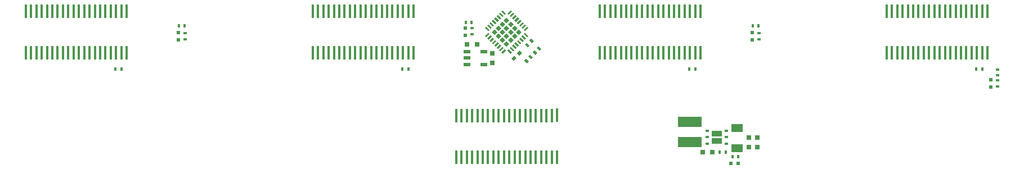
<source format=gtp>
G04 #@! TF.FileFunction,Paste,Top*
%FSLAX46Y46*%
G04 Gerber Fmt 4.6, Leading zero omitted, Abs format (unit mm)*
G04 Created by KiCad (PCBNEW 4.0.7) date 07/13/18 19:56:19*
%MOMM*%
%LPD*%
G01*
G04 APERTURE LIST*
%ADD10C,0.100000*%
%ADD11R,0.400000X2.100000*%
%ADD12R,0.500000X0.600000*%
%ADD13R,0.800000X0.750000*%
%ADD14R,0.600000X0.500000*%
%ADD15R,0.750000X0.800000*%
%ADD16R,1.800000X1.300000*%
%ADD17R,3.600000X1.500000*%
%ADD18R,0.400000X0.600000*%
%ADD19R,0.600000X0.400000*%
%ADD20R,1.500000X0.900000*%
%ADD21R,0.600000X0.350000*%
%ADD22R,1.100000X0.600000*%
G04 APERTURE END LIST*
D10*
G36*
X152649537Y-93842673D02*
X153144511Y-94337647D01*
X152946521Y-94535637D01*
X152451547Y-94040663D01*
X152649537Y-93842673D01*
X152649537Y-93842673D01*
G37*
G36*
X152295983Y-94196226D02*
X152790957Y-94691200D01*
X152592967Y-94889190D01*
X152097993Y-94394216D01*
X152295983Y-94196226D01*
X152295983Y-94196226D01*
G37*
G36*
X151942430Y-94549780D02*
X152437404Y-95044754D01*
X152239414Y-95242744D01*
X151744440Y-94747770D01*
X151942430Y-94549780D01*
X151942430Y-94549780D01*
G37*
G36*
X151588877Y-94903333D02*
X152083851Y-95398307D01*
X151885861Y-95596297D01*
X151390887Y-95101323D01*
X151588877Y-94903333D01*
X151588877Y-94903333D01*
G37*
G36*
X151235323Y-95256887D02*
X151730297Y-95751861D01*
X151532307Y-95949851D01*
X151037333Y-95454877D01*
X151235323Y-95256887D01*
X151235323Y-95256887D01*
G37*
G36*
X150881770Y-95610440D02*
X151376744Y-96105414D01*
X151178754Y-96303404D01*
X150683780Y-95808430D01*
X150881770Y-95610440D01*
X150881770Y-95610440D01*
G37*
G36*
X150528216Y-95963993D02*
X151023190Y-96458967D01*
X150825200Y-96656957D01*
X150330226Y-96161983D01*
X150528216Y-95963993D01*
X150528216Y-95963993D01*
G37*
G36*
X150174663Y-96317547D02*
X150669637Y-96812521D01*
X150471647Y-97010511D01*
X149976673Y-96515537D01*
X150174663Y-96317547D01*
X150174663Y-96317547D01*
G37*
G36*
X146773479Y-92916363D02*
X147268453Y-93411337D01*
X147070463Y-93609327D01*
X146575489Y-93114353D01*
X146773479Y-92916363D01*
X146773479Y-92916363D01*
G37*
G36*
X147127033Y-92562810D02*
X147622007Y-93057784D01*
X147424017Y-93255774D01*
X146929043Y-92760800D01*
X147127033Y-92562810D01*
X147127033Y-92562810D01*
G37*
G36*
X147480586Y-92209256D02*
X147975560Y-92704230D01*
X147777570Y-92902220D01*
X147282596Y-92407246D01*
X147480586Y-92209256D01*
X147480586Y-92209256D01*
G37*
G36*
X147834139Y-91855703D02*
X148329113Y-92350677D01*
X148131123Y-92548667D01*
X147636149Y-92053693D01*
X147834139Y-91855703D01*
X147834139Y-91855703D01*
G37*
G36*
X148187693Y-91502149D02*
X148682667Y-91997123D01*
X148484677Y-92195113D01*
X147989703Y-91700139D01*
X148187693Y-91502149D01*
X148187693Y-91502149D01*
G37*
G36*
X148541246Y-91148596D02*
X149036220Y-91643570D01*
X148838230Y-91841560D01*
X148343256Y-91346586D01*
X148541246Y-91148596D01*
X148541246Y-91148596D01*
G37*
G36*
X148894800Y-90795043D02*
X149389774Y-91290017D01*
X149191784Y-91488007D01*
X148696810Y-90993033D01*
X148894800Y-90795043D01*
X148894800Y-90795043D01*
G37*
G36*
X149743327Y-96515537D02*
X149248353Y-97010511D01*
X149050363Y-96812521D01*
X149545337Y-96317547D01*
X149743327Y-96515537D01*
X149743327Y-96515537D01*
G37*
G36*
X149389774Y-96161983D02*
X148894800Y-96656957D01*
X148696810Y-96458967D01*
X149191784Y-95963993D01*
X149389774Y-96161983D01*
X149389774Y-96161983D01*
G37*
G36*
X149036220Y-95808430D02*
X148541246Y-96303404D01*
X148343256Y-96105414D01*
X148838230Y-95610440D01*
X149036220Y-95808430D01*
X149036220Y-95808430D01*
G37*
G36*
X148682667Y-95454877D02*
X148187693Y-95949851D01*
X147989703Y-95751861D01*
X148484677Y-95256887D01*
X148682667Y-95454877D01*
X148682667Y-95454877D01*
G37*
G36*
X148329113Y-95101323D02*
X147834139Y-95596297D01*
X147636149Y-95398307D01*
X148131123Y-94903333D01*
X148329113Y-95101323D01*
X148329113Y-95101323D01*
G37*
G36*
X147975560Y-94747770D02*
X147480586Y-95242744D01*
X147282596Y-95044754D01*
X147777570Y-94549780D01*
X147975560Y-94747770D01*
X147975560Y-94747770D01*
G37*
G36*
X147622007Y-94394216D02*
X147127033Y-94889190D01*
X146929043Y-94691200D01*
X147424017Y-94196226D01*
X147622007Y-94394216D01*
X147622007Y-94394216D01*
G37*
G36*
X147268453Y-94040663D02*
X146773479Y-94535637D01*
X146575489Y-94337647D01*
X147070463Y-93842673D01*
X147268453Y-94040663D01*
X147268453Y-94040663D01*
G37*
G36*
X150669637Y-90639479D02*
X150174663Y-91134453D01*
X149976673Y-90936463D01*
X150471647Y-90441489D01*
X150669637Y-90639479D01*
X150669637Y-90639479D01*
G37*
G36*
X151023190Y-90993033D02*
X150528216Y-91488007D01*
X150330226Y-91290017D01*
X150825200Y-90795043D01*
X151023190Y-90993033D01*
X151023190Y-90993033D01*
G37*
G36*
X151376744Y-91346586D02*
X150881770Y-91841560D01*
X150683780Y-91643570D01*
X151178754Y-91148596D01*
X151376744Y-91346586D01*
X151376744Y-91346586D01*
G37*
G36*
X151730297Y-91700139D02*
X151235323Y-92195113D01*
X151037333Y-91997123D01*
X151532307Y-91502149D01*
X151730297Y-91700139D01*
X151730297Y-91700139D01*
G37*
G36*
X152083851Y-92053693D02*
X151588877Y-92548667D01*
X151390887Y-92350677D01*
X151885861Y-91855703D01*
X152083851Y-92053693D01*
X152083851Y-92053693D01*
G37*
G36*
X152437404Y-92407246D02*
X151942430Y-92902220D01*
X151744440Y-92704230D01*
X152239414Y-92209256D01*
X152437404Y-92407246D01*
X152437404Y-92407246D01*
G37*
G36*
X152790957Y-92760800D02*
X152295983Y-93255774D01*
X152097993Y-93057784D01*
X152592967Y-92562810D01*
X152790957Y-92760800D01*
X152790957Y-92760800D01*
G37*
G36*
X153144511Y-93114353D02*
X152649537Y-93609327D01*
X152451547Y-93411337D01*
X152946521Y-92916363D01*
X153144511Y-93114353D01*
X153144511Y-93114353D01*
G37*
G36*
X149248353Y-90441489D02*
X149743327Y-90936463D01*
X149545337Y-91134453D01*
X149050363Y-90639479D01*
X149248353Y-90441489D01*
X149248353Y-90441489D01*
G37*
G36*
X150284264Y-95536193D02*
X149860000Y-95960457D01*
X149435736Y-95536193D01*
X149860000Y-95111929D01*
X150284264Y-95536193D01*
X150284264Y-95536193D01*
G37*
G36*
X149683223Y-94935153D02*
X149258959Y-95359417D01*
X148834695Y-94935153D01*
X149258959Y-94510889D01*
X149683223Y-94935153D01*
X149683223Y-94935153D01*
G37*
G36*
X149082182Y-94334112D02*
X148657918Y-94758376D01*
X148233654Y-94334112D01*
X148657918Y-93909848D01*
X149082182Y-94334112D01*
X149082182Y-94334112D01*
G37*
G36*
X148481142Y-93733071D02*
X148056878Y-94157335D01*
X147632614Y-93733071D01*
X148056878Y-93308807D01*
X148481142Y-93733071D01*
X148481142Y-93733071D01*
G37*
G36*
X150885305Y-94935153D02*
X150461041Y-95359417D01*
X150036777Y-94935153D01*
X150461041Y-94510889D01*
X150885305Y-94935153D01*
X150885305Y-94935153D01*
G37*
G36*
X150284264Y-94334112D02*
X149860000Y-94758376D01*
X149435736Y-94334112D01*
X149860000Y-93909848D01*
X150284264Y-94334112D01*
X150284264Y-94334112D01*
G37*
G36*
X149683223Y-93733071D02*
X149258959Y-94157335D01*
X148834695Y-93733071D01*
X149258959Y-93308807D01*
X149683223Y-93733071D01*
X149683223Y-93733071D01*
G37*
G36*
X149082182Y-93132030D02*
X148657918Y-93556294D01*
X148233654Y-93132030D01*
X148657918Y-92707766D01*
X149082182Y-93132030D01*
X149082182Y-93132030D01*
G37*
G36*
X151486346Y-94334112D02*
X151062082Y-94758376D01*
X150637818Y-94334112D01*
X151062082Y-93909848D01*
X151486346Y-94334112D01*
X151486346Y-94334112D01*
G37*
G36*
X150885305Y-93733071D02*
X150461041Y-94157335D01*
X150036777Y-93733071D01*
X150461041Y-93308807D01*
X150885305Y-93733071D01*
X150885305Y-93733071D01*
G37*
G36*
X150284264Y-93132030D02*
X149860000Y-93556294D01*
X149435736Y-93132030D01*
X149860000Y-92707766D01*
X150284264Y-93132030D01*
X150284264Y-93132030D01*
G37*
G36*
X149683223Y-92530990D02*
X149258959Y-92955254D01*
X148834695Y-92530990D01*
X149258959Y-92106726D01*
X149683223Y-92530990D01*
X149683223Y-92530990D01*
G37*
G36*
X152087386Y-93733071D02*
X151663122Y-94157335D01*
X151238858Y-93733071D01*
X151663122Y-93308807D01*
X152087386Y-93733071D01*
X152087386Y-93733071D01*
G37*
G36*
X151486346Y-93132030D02*
X151062082Y-93556294D01*
X150637818Y-93132030D01*
X151062082Y-92707766D01*
X151486346Y-93132030D01*
X151486346Y-93132030D01*
G37*
G36*
X150885305Y-92530990D02*
X150461041Y-92955254D01*
X150036777Y-92530990D01*
X150461041Y-92106726D01*
X150885305Y-92530990D01*
X150885305Y-92530990D01*
G37*
G36*
X150284264Y-91929949D02*
X149860000Y-92354213D01*
X149435736Y-91929949D01*
X149860000Y-91505685D01*
X150284264Y-91929949D01*
X150284264Y-91929949D01*
G37*
D11*
X142260000Y-112628000D03*
X157460000Y-106303000D03*
X156660000Y-106328000D03*
X155860000Y-106328000D03*
X155060000Y-106328000D03*
X154260000Y-106328000D03*
X153460000Y-106328000D03*
X152660000Y-106328000D03*
X151860000Y-106328000D03*
X151060000Y-106328000D03*
X150260000Y-106328000D03*
X149460000Y-106328000D03*
X148660000Y-106328000D03*
X147860000Y-106328000D03*
X147060000Y-106328000D03*
X146260000Y-106328000D03*
X145460000Y-106328000D03*
X144660000Y-106328000D03*
X143860000Y-106328000D03*
X143060000Y-106328000D03*
X142260000Y-106328000D03*
X143060000Y-112628000D03*
X143860000Y-112628000D03*
X144660000Y-112628000D03*
X145460000Y-112628000D03*
X146260000Y-112628000D03*
X147060000Y-112628000D03*
X147860000Y-112628000D03*
X148660000Y-112628000D03*
X149460000Y-112628000D03*
X150260000Y-112628000D03*
X151060000Y-112628000D03*
X151860000Y-112628000D03*
X152660000Y-112628000D03*
X153460000Y-112628000D03*
X154260000Y-112628000D03*
X155060000Y-112628000D03*
X155860000Y-112628000D03*
X156660000Y-112628000D03*
X157460000Y-112628000D03*
X179050000Y-90572000D03*
X163850000Y-96897000D03*
X164650000Y-96872000D03*
X165450000Y-96872000D03*
X166250000Y-96872000D03*
X167050000Y-96872000D03*
X167850000Y-96872000D03*
X168650000Y-96872000D03*
X169450000Y-96872000D03*
X170250000Y-96872000D03*
X171050000Y-96872000D03*
X171850000Y-96872000D03*
X172650000Y-96872000D03*
X173450000Y-96872000D03*
X174250000Y-96872000D03*
X175050000Y-96872000D03*
X175850000Y-96872000D03*
X176650000Y-96872000D03*
X177450000Y-96872000D03*
X178250000Y-96872000D03*
X179050000Y-96872000D03*
X178250000Y-90572000D03*
X177450000Y-90572000D03*
X176650000Y-90572000D03*
X175850000Y-90572000D03*
X175050000Y-90572000D03*
X174250000Y-90572000D03*
X173450000Y-90572000D03*
X172650000Y-90572000D03*
X171850000Y-90572000D03*
X171050000Y-90572000D03*
X170250000Y-90572000D03*
X169450000Y-90572000D03*
X168650000Y-90572000D03*
X167850000Y-90572000D03*
X167050000Y-90572000D03*
X166250000Y-90572000D03*
X165450000Y-90572000D03*
X164650000Y-90572000D03*
X163850000Y-90572000D03*
X222230000Y-90572000D03*
X207030000Y-96897000D03*
X207830000Y-96872000D03*
X208630000Y-96872000D03*
X209430000Y-96872000D03*
X210230000Y-96872000D03*
X211030000Y-96872000D03*
X211830000Y-96872000D03*
X212630000Y-96872000D03*
X213430000Y-96872000D03*
X214230000Y-96872000D03*
X215030000Y-96872000D03*
X215830000Y-96872000D03*
X216630000Y-96872000D03*
X217430000Y-96872000D03*
X218230000Y-96872000D03*
X219030000Y-96872000D03*
X219830000Y-96872000D03*
X220630000Y-96872000D03*
X221430000Y-96872000D03*
X222230000Y-96872000D03*
X221430000Y-90572000D03*
X220630000Y-90572000D03*
X219830000Y-90572000D03*
X219030000Y-90572000D03*
X218230000Y-90572000D03*
X217430000Y-90572000D03*
X216630000Y-90572000D03*
X215830000Y-90572000D03*
X215030000Y-90572000D03*
X214230000Y-90572000D03*
X213430000Y-90572000D03*
X212630000Y-90572000D03*
X211830000Y-90572000D03*
X211030000Y-90572000D03*
X210230000Y-90572000D03*
X209430000Y-90572000D03*
X208630000Y-90572000D03*
X207830000Y-90572000D03*
X207030000Y-90572000D03*
D10*
G36*
X151808264Y-96504182D02*
X152161818Y-96857736D01*
X151737554Y-97282000D01*
X151384000Y-96928446D01*
X151808264Y-96504182D01*
X151808264Y-96504182D01*
G37*
G36*
X151030446Y-97282000D02*
X151384000Y-97635554D01*
X150959736Y-98059818D01*
X150606182Y-97706264D01*
X151030446Y-97282000D01*
X151030446Y-97282000D01*
G37*
D12*
X100457000Y-93811000D03*
X100457000Y-94911000D03*
D13*
X180836000Y-111887000D03*
X179336000Y-111887000D03*
D14*
X184700000Y-113538000D03*
X183600000Y-113538000D03*
D15*
X187579000Y-109613000D03*
X187579000Y-111113000D03*
X186309000Y-109613000D03*
X186309000Y-111113000D03*
D12*
X143637000Y-93176000D03*
X143637000Y-94276000D03*
X186817000Y-93811000D03*
X186817000Y-94911000D03*
X222758000Y-100923000D03*
X222758000Y-102023000D03*
D16*
X184531000Y-111228000D03*
X184531000Y-108228000D03*
D11*
X135870000Y-90572000D03*
X120670000Y-96897000D03*
X121470000Y-96872000D03*
X122270000Y-96872000D03*
X123070000Y-96872000D03*
X123870000Y-96872000D03*
X124670000Y-96872000D03*
X125470000Y-96872000D03*
X126270000Y-96872000D03*
X127070000Y-96872000D03*
X127870000Y-96872000D03*
X128670000Y-96872000D03*
X129470000Y-96872000D03*
X130270000Y-96872000D03*
X131070000Y-96872000D03*
X131870000Y-96872000D03*
X132670000Y-96872000D03*
X133470000Y-96872000D03*
X134270000Y-96872000D03*
X135070000Y-96872000D03*
X135870000Y-96872000D03*
X135070000Y-90572000D03*
X134270000Y-90572000D03*
X133470000Y-90572000D03*
X132670000Y-90572000D03*
X131870000Y-90572000D03*
X131070000Y-90572000D03*
X130270000Y-90572000D03*
X129470000Y-90572000D03*
X128670000Y-90572000D03*
X127870000Y-90572000D03*
X127070000Y-90572000D03*
X126270000Y-90572000D03*
X125470000Y-90572000D03*
X124670000Y-90572000D03*
X123870000Y-90572000D03*
X123070000Y-90572000D03*
X122270000Y-90572000D03*
X121470000Y-90572000D03*
X120670000Y-90572000D03*
X92690000Y-90572000D03*
X77490000Y-96897000D03*
X78290000Y-96872000D03*
X79090000Y-96872000D03*
X79890000Y-96872000D03*
X80690000Y-96872000D03*
X81490000Y-96872000D03*
X82290000Y-96872000D03*
X83090000Y-96872000D03*
X83890000Y-96872000D03*
X84690000Y-96872000D03*
X85490000Y-96872000D03*
X86290000Y-96872000D03*
X87090000Y-96872000D03*
X87890000Y-96872000D03*
X88690000Y-96872000D03*
X89490000Y-96872000D03*
X90290000Y-96872000D03*
X91090000Y-96872000D03*
X91890000Y-96872000D03*
X92690000Y-96872000D03*
X91890000Y-90572000D03*
X91090000Y-90572000D03*
X90290000Y-90572000D03*
X89490000Y-90572000D03*
X88690000Y-90572000D03*
X87890000Y-90572000D03*
X87090000Y-90572000D03*
X86290000Y-90572000D03*
X85490000Y-90572000D03*
X84690000Y-90572000D03*
X83890000Y-90572000D03*
X83090000Y-90572000D03*
X82290000Y-90572000D03*
X81490000Y-90572000D03*
X80690000Y-90572000D03*
X79890000Y-90572000D03*
X79090000Y-90572000D03*
X78290000Y-90572000D03*
X77490000Y-90572000D03*
D17*
X177419000Y-107314000D03*
X177419000Y-110364000D03*
D10*
G36*
X152914513Y-98461751D02*
X152490249Y-98037487D01*
X152773091Y-97754645D01*
X153197355Y-98178909D01*
X152914513Y-98461751D01*
X152914513Y-98461751D01*
G37*
G36*
X153550909Y-97825355D02*
X153126645Y-97401091D01*
X153409487Y-97118249D01*
X153833751Y-97542513D01*
X153550909Y-97825355D01*
X153550909Y-97825355D01*
G37*
G36*
X154679487Y-95848249D02*
X155103751Y-96272513D01*
X154820909Y-96555355D01*
X154396645Y-96131091D01*
X154679487Y-95848249D01*
X154679487Y-95848249D01*
G37*
G36*
X154043091Y-96484645D02*
X154467355Y-96908909D01*
X154184513Y-97191751D01*
X153760249Y-96767487D01*
X154043091Y-96484645D01*
X154043091Y-96484645D01*
G37*
G36*
X153536487Y-94705249D02*
X153960751Y-95129513D01*
X153677909Y-95412355D01*
X153253645Y-94988091D01*
X153536487Y-94705249D01*
X153536487Y-94705249D01*
G37*
G36*
X152900091Y-95341645D02*
X153324355Y-95765909D01*
X153041513Y-96048751D01*
X152617249Y-95624487D01*
X152900091Y-95341645D01*
X152900091Y-95341645D01*
G37*
D18*
X184727000Y-112522000D03*
X183827000Y-112522000D03*
X182822000Y-111887000D03*
X181922000Y-111887000D03*
X100515000Y-92837000D03*
X101415000Y-92837000D03*
X143695000Y-92329000D03*
X144595000Y-92329000D03*
X90990000Y-99314000D03*
X91890000Y-99314000D03*
D19*
X101473000Y-93911000D03*
X101473000Y-94811000D03*
D18*
X134170000Y-99314000D03*
X135070000Y-99314000D03*
D19*
X144653000Y-93149000D03*
X144653000Y-94049000D03*
D18*
X186875000Y-92837000D03*
X187775000Y-92837000D03*
D19*
X223774000Y-99372000D03*
X223774000Y-100272000D03*
D18*
X177350000Y-99314000D03*
X178250000Y-99314000D03*
D19*
X187833000Y-93911000D03*
X187833000Y-94811000D03*
D18*
X220530000Y-99314000D03*
X221430000Y-99314000D03*
D19*
X223774000Y-101023000D03*
X223774000Y-101923000D03*
D20*
X181483000Y-110151000D03*
D21*
X180083000Y-108651000D03*
X180083000Y-109601000D03*
X180083000Y-110551000D03*
X182883000Y-110551000D03*
X182883000Y-109601000D03*
X182883000Y-108651000D03*
D20*
X181483000Y-109051000D03*
D13*
X145403000Y-95631000D03*
X143903000Y-95631000D03*
D15*
X147701000Y-98413000D03*
X147701000Y-96913000D03*
D22*
X146461000Y-96713000D03*
X146461000Y-98613000D03*
X143861000Y-98613000D03*
X143861000Y-97663000D03*
X143861000Y-96713000D03*
M02*

</source>
